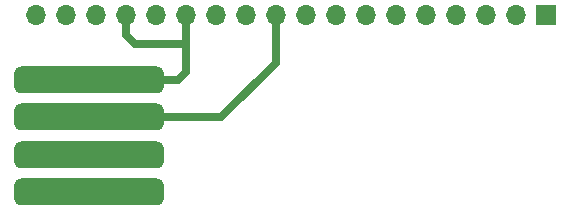
<source format=gbr>
%TF.GenerationSoftware,KiCad,Pcbnew,8.0.8-8.0.8-0~ubuntu22.04.1*%
%TF.CreationDate,2025-01-15T16:25:43-08:00*%
%TF.ProjectId,NX-ButtonInterface,4e582d42-7574-4746-9f6e-496e74657266,1*%
%TF.SameCoordinates,Original*%
%TF.FileFunction,Copper,L1,Top*%
%TF.FilePolarity,Positive*%
%FSLAX46Y46*%
G04 Gerber Fmt 4.6, Leading zero omitted, Abs format (unit mm)*
G04 Created by KiCad (PCBNEW 8.0.8-8.0.8-0~ubuntu22.04.1) date 2025-01-15 16:25:43*
%MOMM*%
%LPD*%
G01*
G04 APERTURE LIST*
G04 Aperture macros list*
%AMRoundRect*
0 Rectangle with rounded corners*
0 $1 Rounding radius*
0 $2 $3 $4 $5 $6 $7 $8 $9 X,Y pos of 4 corners*
0 Add a 4 corners polygon primitive as box body*
4,1,4,$2,$3,$4,$5,$6,$7,$8,$9,$2,$3,0*
0 Add four circle primitives for the rounded corners*
1,1,$1+$1,$2,$3*
1,1,$1+$1,$4,$5*
1,1,$1+$1,$6,$7*
1,1,$1+$1,$8,$9*
0 Add four rect primitives between the rounded corners*
20,1,$1+$1,$2,$3,$4,$5,0*
20,1,$1+$1,$4,$5,$6,$7,0*
20,1,$1+$1,$6,$7,$8,$9,0*
20,1,$1+$1,$8,$9,$2,$3,0*%
G04 Aperture macros list end*
%TA.AperFunction,ComponentPad*%
%ADD10R,1.700000X1.700000*%
%TD*%
%TA.AperFunction,ComponentPad*%
%ADD11O,1.700000X1.700000*%
%TD*%
%TA.AperFunction,SMDPad,CuDef*%
%ADD12RoundRect,0.571500X5.778500X0.571500X-5.778500X0.571500X-5.778500X-0.571500X5.778500X-0.571500X0*%
%TD*%
%TA.AperFunction,Conductor*%
%ADD13C,0.635000*%
%TD*%
G04 APERTURE END LIST*
D10*
%TO.P,J1,1,Pin_1*%
%TO.N,/CAN_TX*%
X129921000Y-92964000D03*
D11*
%TO.P,J1,2,Pin_2*%
%TO.N,/CAN_RX*%
X127381000Y-92964000D03*
%TO.P,J1,3,Pin_3*%
%TO.N,/GND*%
X124841000Y-92964000D03*
%TO.P,J1,4,Pin_4*%
%TO.N,/3V3*%
X122301000Y-92964000D03*
%TO.P,J1,5,Pin_5*%
%TO.N,unconnected-(J1-Pin_5-Pad5)*%
X119761000Y-92964000D03*
%TO.P,J1,6,Pin_6*%
%TO.N,unconnected-(J1-Pin_6-Pad6)*%
X117221000Y-92964000D03*
%TO.P,J1,7,Pin_7*%
%TO.N,/NX_PC_LED-*%
X114681000Y-92964000D03*
%TO.P,J1,8,Pin_8*%
%TO.N,/NX_PC_LED+*%
X112141000Y-92964000D03*
%TO.P,J1,9,Pin_9*%
%TO.N,/UART2_RXD*%
X109601000Y-92964000D03*
%TO.P,J1,10,Pin_10*%
%TO.N,/UART2_TXD*%
X107061000Y-92964000D03*
%TO.P,J1,11,Pin_11*%
%TO.N,unconnected-(J1-Pin_11-Pad11)*%
X104521000Y-92964000D03*
%TO.P,J1,12,Pin_12*%
%TO.N,unconnected-(J1-Pin_12-Pad12)*%
X101981000Y-92964000D03*
%TO.P,J1,13,Pin_13*%
%TO.N,/SYS_RST_RCV_RTN*%
X99441000Y-92964000D03*
%TO.P,J1,14,Pin_14*%
%TO.N,/~{SYS_RESET}*%
X96901000Y-92964000D03*
%TO.P,J1,15,Pin_15*%
%TO.N,/SYS_RST_RCV_RTN*%
X94361000Y-92964000D03*
%TO.P,J1,16,Pin_16*%
%TO.N,/~{REC}*%
X91821000Y-92964000D03*
%TO.P,J1,17,Pin_17*%
%TO.N,unconnected-(J1-Pin_17-Pad17)*%
X89281000Y-92964000D03*
%TO.P,J1,18,Pin_18*%
%TO.N,unconnected-(J1-Pin_18-Pad18)*%
X86741000Y-92964000D03*
%TD*%
D12*
%TO.P,J2,2,Pin_2*%
%TO.N,/SYS_RST_RCV_RTN*%
X91198700Y-98463100D03*
%TO.P,J2,4,Pin_4*%
%TO.N,/UART2_TXD*%
X91198700Y-101638100D03*
%TO.P,J2,6,Pin_6*%
%TO.N,unconnected-(J2-Pin_6-Pad6)*%
X91198700Y-104813100D03*
%TO.P,J2,8,Pin_8*%
%TO.N,unconnected-(J2-Pin_8-Pad8)*%
X91198700Y-107988100D03*
%TD*%
D13*
%TO.N,/UART2_TXD*%
X102450900Y-101638100D02*
X107061000Y-97028000D01*
X91198700Y-101638100D02*
X102450900Y-101638100D01*
X107061000Y-97028000D02*
X107061000Y-92964000D01*
%TO.N,/SYS_RST_RCV_RTN*%
X99441000Y-92964000D02*
X99441000Y-95402400D01*
X95148400Y-95402400D02*
X99441000Y-95402400D01*
X94361000Y-92964000D02*
X94361000Y-94615000D01*
X99441000Y-95402400D02*
X99441000Y-97815400D01*
X98793300Y-98463100D02*
X91198700Y-98463100D01*
X99441000Y-97815400D02*
X98793300Y-98463100D01*
X94361000Y-94615000D02*
X95148400Y-95402400D01*
%TD*%
M02*

</source>
